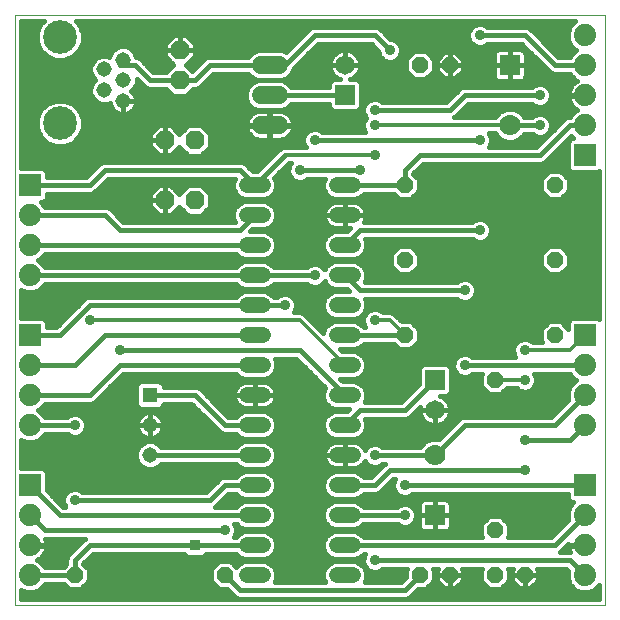
<source format=gbl>
G75*
G70*
%OFA0B0*%
%FSLAX24Y24*%
%IPPOS*%
%LPD*%
%AMOC8*
5,1,8,0,0,1.08239X$1,22.5*
%
%ADD10C,0.0000*%
%ADD11C,0.0520*%
%ADD12OC8,0.0520*%
%ADD13R,0.0740X0.0740*%
%ADD14C,0.0740*%
%ADD15R,0.0650X0.0650*%
%ADD16C,0.0650*%
%ADD17C,0.0515*%
%ADD18C,0.1122*%
%ADD19C,0.0600*%
%ADD20OC8,0.0630*%
%ADD21R,0.0515X0.0515*%
%ADD22R,0.0700X0.0700*%
%ADD23C,0.0700*%
%ADD24C,0.0160*%
%ADD25C,0.0356*%
%ADD26R,0.0356X0.0356*%
%ADD27C,0.0120*%
D10*
X000181Y000181D02*
X000181Y019866D01*
X019866Y019866D01*
X019866Y000181D01*
X000181Y000181D01*
D11*
X007921Y001181D02*
X008441Y001181D01*
X008441Y002181D02*
X007921Y002181D01*
X007921Y003181D02*
X008441Y003181D01*
X008441Y004181D02*
X007921Y004181D01*
X007921Y005181D02*
X008441Y005181D01*
X008441Y006181D02*
X007921Y006181D01*
X007921Y007181D02*
X008441Y007181D01*
X008441Y008181D02*
X007921Y008181D01*
X007921Y009181D02*
X008441Y009181D01*
X008441Y010181D02*
X007921Y010181D01*
X007921Y011181D02*
X008441Y011181D01*
X008441Y012181D02*
X007921Y012181D01*
X007921Y013181D02*
X008441Y013181D01*
X008441Y014181D02*
X007921Y014181D01*
X010921Y014181D02*
X011441Y014181D01*
X011441Y013181D02*
X010921Y013181D01*
X010921Y012181D02*
X011441Y012181D01*
X011441Y011181D02*
X010921Y011181D01*
X010921Y010181D02*
X011441Y010181D01*
X011441Y009181D02*
X010921Y009181D01*
X010921Y008181D02*
X011441Y008181D01*
X011441Y007181D02*
X010921Y007181D01*
X010921Y006181D02*
X011441Y006181D01*
X011441Y005181D02*
X010921Y005181D01*
X010921Y004181D02*
X011441Y004181D01*
X011441Y003181D02*
X010921Y003181D01*
X010921Y002181D02*
X011441Y002181D01*
X011441Y001181D02*
X010921Y001181D01*
D12*
X013681Y001181D03*
X014681Y001181D03*
X016181Y001181D03*
X017181Y001181D03*
X016181Y002681D03*
X016181Y007681D03*
X018181Y009181D03*
X018181Y011681D03*
X018181Y014181D03*
X014681Y018181D03*
X013681Y018181D03*
X013181Y014181D03*
X013181Y011681D03*
X013181Y009181D03*
X007181Y001181D03*
X002181Y001181D03*
D13*
X000681Y004181D03*
X000681Y009181D03*
X000681Y014181D03*
X019181Y015181D03*
X019181Y009181D03*
X019181Y004181D03*
D14*
X019181Y003181D03*
X019181Y002181D03*
X019181Y001181D03*
X019181Y006181D03*
X019181Y007181D03*
X019181Y008181D03*
X019181Y016181D03*
X019181Y017181D03*
X019181Y018181D03*
X019181Y019181D03*
X000681Y013181D03*
X000681Y012181D03*
X000681Y011181D03*
X000681Y008181D03*
X000681Y007181D03*
X000681Y006181D03*
X000681Y003181D03*
X000681Y002181D03*
X000681Y001181D03*
D15*
X014181Y007681D03*
X011181Y017181D03*
D16*
X011181Y018181D03*
X014181Y006681D03*
D17*
X004681Y006181D03*
X004681Y005181D03*
X003781Y016981D03*
X003781Y017681D03*
X003781Y018351D03*
X003161Y018041D03*
X003161Y017351D03*
D18*
X001681Y016244D03*
X001681Y019118D03*
D19*
X008381Y018181D02*
X008981Y018181D01*
X008981Y017181D02*
X008381Y017181D01*
X008381Y016181D02*
X008981Y016181D01*
D20*
X006181Y015681D03*
X005181Y015681D03*
X005181Y013681D03*
X006181Y013681D03*
X005681Y017681D03*
X005681Y018681D03*
D21*
X004681Y007181D03*
D22*
X014181Y003181D03*
X016681Y018181D03*
D23*
X016681Y016181D03*
X014181Y005181D03*
D24*
X012181Y005181D01*
X011890Y004938D02*
X011808Y004938D01*
X011818Y004951D02*
X011845Y005005D01*
X011861Y004967D01*
X011967Y004861D01*
X012106Y004803D01*
X012257Y004803D01*
X012396Y004861D01*
X012436Y004901D01*
X012506Y004901D01*
X012444Y004840D01*
X012065Y004461D01*
X011812Y004461D01*
X011702Y004571D01*
X011533Y004641D01*
X010830Y004641D01*
X010661Y004571D01*
X010531Y004442D01*
X010461Y004273D01*
X010461Y004090D01*
X010531Y003921D01*
X010661Y003791D01*
X010830Y003721D01*
X011533Y003721D01*
X011702Y003791D01*
X011812Y003901D01*
X012126Y003901D01*
X012237Y003901D01*
X012340Y003944D01*
X012797Y004401D01*
X012867Y004401D01*
X012861Y004396D01*
X012803Y004257D01*
X012803Y004106D01*
X012861Y003967D01*
X012967Y003861D01*
X013106Y003803D01*
X013257Y003803D01*
X013396Y003861D01*
X013436Y003901D01*
X018611Y003901D01*
X018611Y003729D01*
X018729Y003611D01*
X018805Y003611D01*
X018698Y003504D01*
X018611Y003295D01*
X018611Y003068D01*
X018629Y003025D01*
X018065Y002461D01*
X016612Y002461D01*
X016641Y002491D01*
X016641Y002872D01*
X016372Y003141D01*
X015991Y003141D01*
X015721Y002872D01*
X015721Y002491D01*
X015751Y002461D01*
X011812Y002461D01*
X011702Y002571D01*
X011533Y002641D01*
X010830Y002641D01*
X010661Y002571D01*
X010531Y002442D01*
X010461Y002273D01*
X010461Y002090D01*
X010531Y001921D01*
X010661Y001791D01*
X010830Y001721D01*
X011533Y001721D01*
X011702Y001791D01*
X011812Y001901D01*
X011867Y001901D01*
X011861Y001896D01*
X011803Y001757D01*
X011803Y001606D01*
X011861Y001467D01*
X011967Y001361D01*
X012106Y001303D01*
X012257Y001303D01*
X012396Y001361D01*
X012436Y001401D01*
X013251Y001401D01*
X013221Y001372D01*
X013221Y001117D01*
X013065Y000961D01*
X011848Y000961D01*
X011901Y001090D01*
X011901Y001273D01*
X011831Y001442D01*
X011702Y001571D01*
X011533Y001641D01*
X010830Y001641D01*
X010661Y001571D01*
X010531Y001442D01*
X010461Y001273D01*
X010461Y001090D01*
X010515Y000961D01*
X008848Y000961D01*
X008901Y001090D01*
X008901Y001273D01*
X008831Y001442D01*
X008702Y001571D01*
X008533Y001641D01*
X007830Y001641D01*
X007661Y001571D01*
X007551Y001462D01*
X007372Y001641D01*
X006991Y001641D01*
X006721Y001372D01*
X006721Y000991D01*
X006991Y000721D01*
X007245Y000721D01*
X007444Y000523D01*
X007523Y000444D01*
X007626Y000401D01*
X013126Y000401D01*
X013237Y000401D01*
X013340Y000444D01*
X013617Y000721D01*
X013872Y000721D01*
X014141Y000991D01*
X014141Y001372D01*
X014112Y001401D01*
X014279Y001401D01*
X014241Y001364D01*
X014241Y001182D01*
X014681Y001182D01*
X014681Y001181D01*
X014682Y001181D01*
X014682Y001182D01*
X015121Y001182D01*
X015121Y001364D01*
X015084Y001401D01*
X015751Y001401D01*
X015721Y001372D01*
X015721Y000991D01*
X015991Y000721D01*
X016372Y000721D01*
X016641Y000991D01*
X016641Y001372D01*
X016612Y001401D01*
X016779Y001401D01*
X016741Y001364D01*
X016741Y001182D01*
X017181Y001182D01*
X017181Y001181D01*
X017182Y001181D01*
X017182Y001182D01*
X017621Y001182D01*
X017621Y001364D01*
X017584Y001401D01*
X018565Y001401D01*
X018629Y001338D01*
X018611Y001295D01*
X018611Y001068D01*
X018698Y000859D01*
X018859Y000698D01*
X019068Y000611D01*
X019295Y000611D01*
X019504Y000698D01*
X019665Y000859D01*
X019666Y000863D01*
X019666Y000381D01*
X000381Y000381D01*
X000381Y000689D01*
X000568Y000611D01*
X000795Y000611D01*
X001004Y000698D01*
X001165Y000859D01*
X001182Y000901D01*
X001811Y000901D01*
X001991Y000721D01*
X002372Y000721D01*
X002641Y000991D01*
X002641Y001372D01*
X002461Y001552D01*
X002461Y001565D01*
X002797Y001901D01*
X005822Y001901D01*
X005920Y001803D01*
X006442Y001803D01*
X006540Y001901D01*
X007551Y001901D01*
X007661Y001791D01*
X007830Y001721D01*
X008533Y001721D01*
X008702Y001791D01*
X008831Y001921D01*
X008901Y002090D01*
X008901Y002273D01*
X008831Y002442D01*
X008702Y002571D01*
X008533Y002641D01*
X007830Y002641D01*
X007661Y002571D01*
X007551Y002461D01*
X007496Y002461D01*
X007502Y002467D01*
X007559Y002606D01*
X007559Y002757D01*
X007502Y002896D01*
X007496Y002901D01*
X007551Y002901D01*
X007661Y002791D01*
X007830Y002721D01*
X008533Y002721D01*
X008702Y002791D01*
X008831Y002921D01*
X008901Y003090D01*
X008901Y003273D01*
X008831Y003442D01*
X008702Y003571D01*
X008533Y003641D01*
X007830Y003641D01*
X007661Y003571D01*
X007551Y003461D01*
X006857Y003461D01*
X007297Y003901D01*
X007551Y003901D01*
X007661Y003791D01*
X007830Y003721D01*
X008533Y003721D01*
X008702Y003791D01*
X008831Y003921D01*
X008901Y004090D01*
X008901Y004273D01*
X008831Y004442D01*
X008702Y004571D01*
X008533Y004641D01*
X007830Y004641D01*
X007661Y004571D01*
X007551Y004461D01*
X007126Y004461D01*
X007023Y004419D01*
X006944Y004340D01*
X006565Y003961D01*
X002436Y003961D01*
X002396Y004002D01*
X002257Y004059D01*
X002106Y004059D01*
X001967Y004002D01*
X001861Y003896D01*
X001803Y003757D01*
X001803Y003606D01*
X001861Y003467D01*
X001867Y003461D01*
X001797Y003461D01*
X001251Y004007D01*
X001251Y004634D01*
X001134Y004751D01*
X000381Y004751D01*
X000381Y005689D01*
X000568Y005611D01*
X000795Y005611D01*
X001004Y005698D01*
X001165Y005859D01*
X001182Y005901D01*
X001927Y005901D01*
X001967Y005861D01*
X002106Y005803D01*
X002257Y005803D01*
X002396Y005861D01*
X002502Y005967D01*
X002559Y006106D01*
X002559Y006257D01*
X002502Y006396D01*
X002396Y006502D01*
X002257Y006559D01*
X002106Y006559D01*
X001967Y006502D01*
X001927Y006461D01*
X001182Y006461D01*
X001165Y006504D01*
X001004Y006665D01*
X000964Y006681D01*
X001004Y006698D01*
X001165Y006859D01*
X001182Y006901D01*
X002626Y006901D01*
X002737Y006901D01*
X002840Y006944D01*
X003797Y007901D01*
X007551Y007901D01*
X007661Y007791D01*
X007830Y007721D01*
X008533Y007721D01*
X008702Y007791D01*
X008831Y007921D01*
X008901Y008090D01*
X008901Y008273D01*
X008848Y008401D01*
X009565Y008401D01*
X010530Y007437D01*
X010461Y007273D01*
X010461Y007090D01*
X010531Y006921D01*
X010661Y006791D01*
X010830Y006721D01*
X011326Y006721D01*
X011245Y006641D01*
X010830Y006641D01*
X010661Y006571D01*
X010531Y006442D01*
X010461Y006273D01*
X010461Y006090D01*
X010531Y005921D01*
X010661Y005791D01*
X010830Y005721D01*
X011533Y005721D01*
X011702Y005791D01*
X011831Y005921D01*
X011901Y006090D01*
X011901Y006273D01*
X011848Y006401D01*
X013126Y006401D01*
X013237Y006401D01*
X013340Y006444D01*
X013688Y006792D01*
X013676Y006721D01*
X013676Y006682D01*
X013578Y006682D01*
X013676Y006681D02*
X013676Y006642D01*
X013689Y006563D01*
X013713Y006488D01*
X013749Y006417D01*
X013796Y006352D01*
X013852Y006296D01*
X013917Y006249D01*
X013988Y006213D01*
X014063Y006189D01*
X014142Y006176D01*
X014181Y006176D01*
X014181Y006681D01*
X014182Y006681D01*
X014182Y006682D01*
X014686Y006682D01*
X018286Y006682D01*
X018444Y006840D02*
X014661Y006840D01*
X014649Y006875D02*
X014613Y006946D01*
X014567Y007010D01*
X014510Y007067D01*
X014446Y007113D01*
X014375Y007149D01*
X014353Y007156D01*
X014589Y007156D01*
X014706Y007274D01*
X014706Y008089D01*
X014589Y008206D01*
X013774Y008206D01*
X013656Y008089D01*
X013656Y007552D01*
X013065Y006961D01*
X011848Y006961D01*
X011901Y007090D01*
X011901Y007273D01*
X011831Y007442D01*
X011702Y007571D01*
X011533Y007641D01*
X011117Y007641D01*
X011037Y007721D01*
X011533Y007721D01*
X011702Y007791D01*
X011831Y007921D01*
X011901Y008090D01*
X011901Y008273D01*
X011831Y008442D01*
X011702Y008571D01*
X011533Y008641D01*
X011089Y008641D01*
X011009Y008721D01*
X011533Y008721D01*
X011702Y008791D01*
X011812Y008901D01*
X012811Y008901D01*
X012991Y008721D01*
X013372Y008721D01*
X013641Y008991D01*
X013641Y009372D01*
X013372Y009641D01*
X013089Y009641D01*
X012829Y009902D01*
X012733Y009941D01*
X012630Y009941D01*
X012456Y009941D01*
X012396Y010002D01*
X012257Y010059D01*
X012106Y010059D01*
X011967Y010002D01*
X011861Y009896D01*
X011803Y009757D01*
X011803Y009606D01*
X011861Y009467D01*
X011867Y009461D01*
X011812Y009461D01*
X011702Y009571D01*
X011533Y009641D01*
X010830Y009641D01*
X010661Y009571D01*
X010531Y009442D01*
X010461Y009273D01*
X010461Y009269D01*
X009829Y009902D01*
X009733Y009941D01*
X009630Y009941D01*
X009476Y009941D01*
X009502Y009967D01*
X009559Y010106D01*
X009559Y010257D01*
X009502Y010396D01*
X009396Y010502D01*
X009257Y010559D01*
X009106Y010559D01*
X008967Y010502D01*
X008927Y010461D01*
X008812Y010461D01*
X008702Y010571D01*
X008533Y010641D01*
X007830Y010641D01*
X007661Y010571D01*
X007551Y010461D01*
X002626Y010461D01*
X002523Y010419D01*
X002444Y010340D01*
X001565Y009461D01*
X001251Y009461D01*
X001251Y009634D01*
X001134Y009751D01*
X000381Y009751D01*
X000381Y010689D01*
X000568Y010611D01*
X000795Y010611D01*
X001004Y010698D01*
X001165Y010859D01*
X001182Y010901D01*
X007551Y010901D01*
X007661Y010791D01*
X007830Y010721D01*
X008533Y010721D01*
X008702Y010791D01*
X008812Y010901D01*
X009927Y010901D01*
X009967Y010861D01*
X010106Y010803D01*
X010257Y010803D01*
X010396Y010861D01*
X010502Y010967D01*
X010507Y010980D01*
X010531Y010921D01*
X010661Y010791D01*
X010830Y010721D01*
X011245Y010721D01*
X011326Y010641D01*
X010830Y010641D01*
X010661Y010571D01*
X010531Y010442D01*
X010461Y010273D01*
X010461Y010090D01*
X010531Y009921D01*
X010661Y009791D01*
X010830Y009721D01*
X011533Y009721D01*
X011702Y009791D01*
X011831Y009921D01*
X011901Y010090D01*
X011901Y010273D01*
X011848Y010401D01*
X014927Y010401D01*
X014967Y010361D01*
X015106Y010303D01*
X015257Y010303D01*
X015396Y010361D01*
X015502Y010467D01*
X015559Y010606D01*
X015559Y010757D01*
X015502Y010896D01*
X015396Y011002D01*
X015257Y011059D01*
X015106Y011059D01*
X014967Y011002D01*
X014927Y010961D01*
X011848Y010961D01*
X011901Y011090D01*
X011901Y011273D01*
X011831Y011442D01*
X011702Y011571D01*
X011533Y011641D01*
X010830Y011641D01*
X010661Y011571D01*
X010531Y011442D01*
X010507Y011383D01*
X010502Y011396D01*
X010396Y011502D01*
X010257Y011559D01*
X010106Y011559D01*
X009967Y011502D01*
X009927Y011461D01*
X008812Y011461D01*
X008702Y011571D01*
X008533Y011641D01*
X007830Y011641D01*
X007661Y011571D01*
X007551Y011461D01*
X001182Y011461D01*
X001165Y011504D01*
X001004Y011665D01*
X000964Y011681D01*
X001004Y011698D01*
X001165Y011859D01*
X001182Y011901D01*
X007551Y011901D01*
X007661Y011791D01*
X007830Y011721D01*
X008533Y011721D01*
X008702Y011791D01*
X008831Y011921D01*
X008901Y012090D01*
X008901Y012273D01*
X008831Y012442D01*
X008702Y012571D01*
X008533Y012641D01*
X008037Y012641D01*
X008117Y012721D01*
X008533Y012721D01*
X008702Y012791D01*
X008831Y012921D01*
X008901Y013090D01*
X008901Y013273D01*
X008831Y013442D01*
X008702Y013571D01*
X008533Y013641D01*
X007830Y013641D01*
X007661Y013571D01*
X007531Y013442D01*
X007461Y013273D01*
X007461Y013090D01*
X007515Y012961D01*
X003797Y012961D01*
X003340Y013419D01*
X003237Y013461D01*
X003126Y013461D01*
X001182Y013461D01*
X001165Y013504D01*
X001057Y013611D01*
X001134Y013611D01*
X001251Y013729D01*
X001251Y013901D01*
X002737Y013901D01*
X002840Y013944D01*
X002919Y014023D01*
X003297Y014401D01*
X007515Y014401D01*
X007461Y014273D01*
X007461Y014090D01*
X007531Y013921D01*
X007661Y013791D01*
X007830Y013721D01*
X008533Y013721D01*
X008702Y013791D01*
X008831Y013921D01*
X008901Y014090D01*
X008901Y014273D01*
X008833Y014437D01*
X009317Y014921D01*
X009387Y014921D01*
X009361Y014896D01*
X009303Y014757D01*
X009303Y014606D01*
X009361Y014467D01*
X009467Y014361D01*
X009606Y014303D01*
X009757Y014303D01*
X009896Y014361D01*
X009936Y014401D01*
X010515Y014401D01*
X010461Y014273D01*
X010461Y014090D01*
X010531Y013921D01*
X010661Y013791D01*
X010830Y013721D01*
X011533Y013721D01*
X011702Y013791D01*
X011812Y013901D01*
X012811Y013901D01*
X012991Y013721D01*
X013372Y013721D01*
X013641Y013991D01*
X013641Y014372D01*
X013461Y014552D01*
X013461Y014565D01*
X013797Y014901D01*
X017737Y014901D01*
X017840Y014944D01*
X017919Y015023D01*
X018726Y015830D01*
X018805Y015751D01*
X018729Y015751D01*
X018611Y015634D01*
X018611Y014729D01*
X018729Y014611D01*
X019634Y014611D01*
X019666Y014644D01*
X019666Y009719D01*
X019634Y009751D01*
X018729Y009751D01*
X018611Y009634D01*
X018611Y009402D01*
X018372Y009641D01*
X017991Y009641D01*
X017721Y009372D01*
X017721Y008991D01*
X017771Y008941D01*
X017456Y008941D01*
X017396Y009002D01*
X017257Y009059D01*
X017106Y009059D01*
X016967Y009002D01*
X016861Y008896D01*
X016803Y008757D01*
X016803Y008606D01*
X016861Y008467D01*
X016867Y008461D01*
X015436Y008461D01*
X015396Y008502D01*
X015257Y008559D01*
X015106Y008559D01*
X014967Y008502D01*
X014861Y008396D01*
X014803Y008257D01*
X014803Y008106D01*
X014861Y007967D01*
X014967Y007861D01*
X015106Y007803D01*
X015257Y007803D01*
X015396Y007861D01*
X015436Y007901D01*
X015751Y007901D01*
X015721Y007872D01*
X015721Y007491D01*
X015991Y007221D01*
X016372Y007221D01*
X016572Y007421D01*
X016907Y007421D01*
X016967Y007361D01*
X017106Y007303D01*
X017257Y007303D01*
X017396Y007361D01*
X017502Y007467D01*
X017559Y007606D01*
X017559Y007757D01*
X017502Y007896D01*
X017496Y007901D01*
X018680Y007901D01*
X018698Y007859D01*
X018859Y007698D01*
X018899Y007681D01*
X018859Y007665D01*
X018698Y007504D01*
X018611Y007295D01*
X018611Y007068D01*
X018629Y007025D01*
X018065Y006461D01*
X015126Y006461D01*
X015023Y006419D01*
X014944Y006340D01*
X014322Y005718D01*
X014291Y005731D01*
X014072Y005731D01*
X013870Y005648D01*
X013715Y005493D01*
X013702Y005461D01*
X012436Y005461D01*
X012396Y005502D01*
X012257Y005559D01*
X012106Y005559D01*
X011967Y005502D01*
X011861Y005396D01*
X011845Y005358D01*
X011818Y005412D01*
X011777Y005468D01*
X011728Y005517D01*
X011672Y005558D01*
X011610Y005589D01*
X011544Y005611D01*
X011476Y005621D01*
X011182Y005621D01*
X011182Y005182D01*
X011181Y005182D01*
X011181Y005621D01*
X010887Y005621D01*
X010818Y005611D01*
X010752Y005589D01*
X010691Y005558D01*
X010635Y005517D01*
X010586Y005468D01*
X010545Y005412D01*
X010514Y005350D01*
X010492Y005284D01*
X010481Y005216D01*
X010481Y005182D01*
X011181Y005182D01*
X011181Y005181D01*
X011182Y005181D01*
X011182Y004741D01*
X011476Y004741D01*
X011544Y004752D01*
X011610Y004774D01*
X011672Y004805D01*
X011728Y004846D01*
X011777Y004895D01*
X011818Y004951D01*
X011621Y004779D02*
X012383Y004779D01*
X012225Y004621D02*
X011583Y004621D01*
X011811Y004462D02*
X012066Y004462D01*
X012181Y004181D02*
X012681Y004681D01*
X017181Y004681D01*
X017181Y005681D02*
X018681Y005681D01*
X019181Y006181D01*
X018181Y006181D02*
X019181Y007181D01*
X018611Y007157D02*
X014590Y007157D01*
X014575Y006999D02*
X018603Y006999D01*
X018620Y007316D02*
X017287Y007316D01*
X017076Y007316D02*
X016466Y007316D01*
X015896Y007316D02*
X014706Y007316D01*
X014706Y007474D02*
X015738Y007474D01*
X015721Y007633D02*
X014706Y007633D01*
X014706Y007791D02*
X015721Y007791D01*
X015181Y008181D02*
X019181Y008181D01*
X018827Y007633D02*
X017559Y007633D01*
X017545Y007791D02*
X018765Y007791D01*
X018686Y007474D02*
X017505Y007474D01*
X018127Y006523D02*
X014661Y006523D01*
X014649Y006488D02*
X014674Y006563D01*
X014686Y006642D01*
X014686Y006681D01*
X014182Y006681D01*
X014182Y006176D01*
X014221Y006176D01*
X014300Y006189D01*
X014375Y006213D01*
X014446Y006249D01*
X014510Y006296D01*
X014567Y006352D01*
X014613Y006417D01*
X014649Y006488D01*
X014575Y006365D02*
X014969Y006365D01*
X014810Y006206D02*
X014353Y006206D01*
X014182Y006206D02*
X014181Y006206D01*
X014181Y006365D02*
X014182Y006365D01*
X014181Y006523D02*
X014182Y006523D01*
X014181Y006681D02*
X013676Y006681D01*
X013676Y006682D02*
X014181Y006682D01*
X014181Y006681D01*
X014010Y006206D02*
X011901Y006206D01*
X011884Y006048D02*
X014652Y006048D01*
X014493Y005889D02*
X011799Y005889D01*
X011555Y005730D02*
X014070Y005730D01*
X014293Y005730D02*
X014334Y005730D01*
X013794Y005572D02*
X011644Y005572D01*
X011817Y005413D02*
X011879Y005413D01*
X011182Y005413D02*
X011181Y005413D01*
X011181Y005255D02*
X011182Y005255D01*
X011181Y005181D02*
X010481Y005181D01*
X010481Y005147D01*
X010492Y005078D01*
X010514Y005012D01*
X010545Y004951D01*
X010586Y004895D01*
X010635Y004846D01*
X010691Y004805D01*
X010752Y004774D01*
X010818Y004752D01*
X010887Y004741D01*
X011181Y004741D01*
X011181Y005181D01*
X011181Y005096D02*
X011182Y005096D01*
X011181Y004938D02*
X011182Y004938D01*
X011181Y004779D02*
X011182Y004779D01*
X010780Y004621D02*
X008583Y004621D01*
X008533Y004721D02*
X008702Y004791D01*
X008831Y004921D01*
X008901Y005090D01*
X008901Y005273D01*
X008831Y005442D01*
X008702Y005571D01*
X008533Y005641D01*
X007830Y005641D01*
X007661Y005571D01*
X007551Y005461D01*
X005048Y005461D01*
X004941Y005569D01*
X004772Y005639D01*
X004590Y005639D01*
X004422Y005569D01*
X004294Y005441D01*
X004224Y005272D01*
X004224Y005090D01*
X004294Y004922D01*
X004422Y004794D01*
X004590Y004724D01*
X004772Y004724D01*
X004941Y004794D01*
X005048Y004901D01*
X007551Y004901D01*
X007661Y004791D01*
X007830Y004721D01*
X008533Y004721D01*
X008672Y004779D02*
X010742Y004779D01*
X010555Y004938D02*
X008838Y004938D01*
X008901Y005096D02*
X010489Y005096D01*
X010488Y005255D02*
X008901Y005255D01*
X008843Y005413D02*
X010546Y005413D01*
X010719Y005572D02*
X008701Y005572D01*
X008555Y005730D02*
X010808Y005730D01*
X011181Y005572D02*
X011182Y005572D01*
X011181Y006181D02*
X011681Y006681D01*
X013181Y006681D01*
X014181Y007681D01*
X014706Y007950D02*
X014878Y007950D01*
X014803Y008109D02*
X014687Y008109D01*
X014808Y008267D02*
X011901Y008267D01*
X011901Y008109D02*
X013676Y008109D01*
X013656Y007950D02*
X011843Y007950D01*
X011702Y007791D02*
X013656Y007791D01*
X013656Y007633D02*
X011553Y007633D01*
X011799Y007474D02*
X013578Y007474D01*
X013420Y007316D02*
X011884Y007316D01*
X011901Y007157D02*
X013261Y007157D01*
X013103Y006999D02*
X011864Y006999D01*
X011286Y006682D02*
X007077Y006682D01*
X006919Y006840D02*
X007642Y006840D01*
X007635Y006846D02*
X007691Y006805D01*
X007752Y006774D01*
X007818Y006752D01*
X007887Y006741D01*
X008181Y006741D01*
X008181Y007181D01*
X008182Y007181D01*
X008182Y007182D01*
X008181Y007182D01*
X008181Y007621D01*
X007887Y007621D01*
X007818Y007611D01*
X007752Y007589D01*
X007691Y007558D01*
X007635Y007517D01*
X007586Y007468D01*
X007545Y007412D01*
X007514Y007350D01*
X007492Y007284D01*
X007481Y007216D01*
X007481Y007182D01*
X008181Y007182D01*
X008181Y007181D01*
X007481Y007181D01*
X007481Y007147D01*
X007492Y007078D01*
X007514Y007012D01*
X007545Y006951D01*
X007586Y006895D01*
X007635Y006846D01*
X007521Y006999D02*
X006760Y006999D01*
X006601Y007157D02*
X007481Y007157D01*
X007502Y007316D02*
X006443Y007316D01*
X006340Y007419D02*
X006237Y007461D01*
X006126Y007461D01*
X005139Y007461D01*
X005139Y007522D01*
X005022Y007639D01*
X004341Y007639D01*
X004224Y007522D01*
X004224Y006841D01*
X004341Y006724D01*
X005022Y006724D01*
X005139Y006841D01*
X005139Y006901D01*
X006065Y006901D01*
X006944Y006023D01*
X007023Y005944D01*
X007126Y005901D01*
X007551Y005901D01*
X007661Y005791D01*
X007830Y005721D01*
X008533Y005721D01*
X008702Y005791D01*
X008831Y005921D01*
X008901Y006090D01*
X008901Y006273D01*
X008831Y006442D01*
X008702Y006571D01*
X008533Y006641D01*
X007830Y006641D01*
X007661Y006571D01*
X007551Y006461D01*
X007297Y006461D01*
X006340Y007419D01*
X006181Y007181D02*
X007181Y006181D01*
X008181Y006181D01*
X007808Y005730D02*
X001037Y005730D01*
X001177Y005889D02*
X001939Y005889D01*
X002181Y006181D02*
X000681Y006181D01*
X001146Y006523D02*
X002018Y006523D01*
X002344Y006523D02*
X004408Y006523D01*
X004396Y006515D02*
X004348Y006466D01*
X004307Y006411D01*
X004276Y006349D01*
X004255Y006284D01*
X004244Y006216D01*
X004244Y006182D01*
X004681Y006182D01*
X004681Y006619D01*
X004647Y006619D01*
X004579Y006608D01*
X004513Y006587D01*
X004452Y006556D01*
X004396Y006515D01*
X004284Y006365D02*
X002515Y006365D01*
X002559Y006206D02*
X004244Y006206D01*
X004244Y006181D02*
X004244Y006147D01*
X004255Y006079D01*
X004276Y006013D01*
X004307Y005952D01*
X004348Y005896D01*
X004396Y005848D01*
X004452Y005807D01*
X004513Y005776D01*
X004579Y005755D01*
X004647Y005744D01*
X004681Y005744D01*
X004681Y006181D01*
X004244Y006181D01*
X004265Y006048D02*
X002535Y006048D01*
X002424Y005889D02*
X004355Y005889D01*
X004429Y005572D02*
X000381Y005572D01*
X000381Y005413D02*
X004282Y005413D01*
X004224Y005255D02*
X000381Y005255D01*
X000381Y005096D02*
X004224Y005096D01*
X004287Y004938D02*
X000381Y004938D01*
X000381Y004779D02*
X004457Y004779D01*
X004906Y004779D02*
X007690Y004779D01*
X007780Y004621D02*
X001251Y004621D01*
X001251Y004462D02*
X007552Y004462D01*
X007181Y004181D02*
X008181Y004181D01*
X007624Y003828D02*
X007224Y003828D01*
X007065Y003669D02*
X013715Y003669D01*
X013721Y003675D02*
X013687Y003642D01*
X013664Y003601D01*
X013651Y003555D01*
X013651Y003182D01*
X014181Y003182D01*
X014181Y003711D01*
X013808Y003711D01*
X013762Y003699D01*
X013721Y003675D01*
X013651Y003511D02*
X013374Y003511D01*
X013396Y003502D02*
X013257Y003559D01*
X013106Y003559D01*
X012967Y003502D01*
X012927Y003461D01*
X011812Y003461D01*
X011702Y003571D01*
X011533Y003641D01*
X010830Y003641D01*
X010661Y003571D01*
X010531Y003442D01*
X010461Y003273D01*
X010461Y003090D01*
X010531Y002921D01*
X010661Y002791D01*
X010830Y002721D01*
X011533Y002721D01*
X011702Y002791D01*
X011812Y002901D01*
X012927Y002901D01*
X012967Y002861D01*
X013106Y002803D01*
X013257Y002803D01*
X013396Y002861D01*
X013502Y002967D01*
X013559Y003106D01*
X013559Y003257D01*
X013502Y003396D01*
X013396Y003502D01*
X013520Y003352D02*
X013651Y003352D01*
X013651Y003194D02*
X013559Y003194D01*
X013651Y003181D02*
X013651Y002808D01*
X013664Y002762D01*
X013687Y002721D01*
X013721Y002687D01*
X013762Y002664D01*
X013808Y002651D01*
X014181Y002651D01*
X014181Y003181D01*
X014182Y003181D01*
X014182Y003182D01*
X014181Y003182D01*
X014181Y003181D01*
X013651Y003181D01*
X013651Y003035D02*
X013530Y003035D01*
X013411Y002877D02*
X013651Y002877D01*
X013690Y002718D02*
X007559Y002718D01*
X007540Y002560D02*
X007649Y002560D01*
X007576Y002877D02*
X007510Y002877D01*
X007181Y002681D02*
X001181Y002681D01*
X000681Y003181D01*
X001187Y002401D02*
X002506Y002401D01*
X002444Y002340D01*
X001944Y001840D01*
X001901Y001737D01*
X001901Y001626D01*
X001901Y001552D01*
X001811Y001461D01*
X001182Y001461D01*
X001165Y001504D01*
X001004Y001665D01*
X000935Y001693D01*
X000970Y001711D01*
X001040Y001762D01*
X001101Y001823D01*
X001152Y001893D01*
X001191Y001970D01*
X001218Y002053D01*
X001231Y002138D01*
X001231Y002161D01*
X000702Y002161D01*
X000702Y002201D01*
X001231Y002201D01*
X001231Y002225D01*
X001218Y002310D01*
X001191Y002393D01*
X001187Y002401D01*
X002505Y002401D01*
X002347Y002242D02*
X001229Y002242D01*
X001223Y002084D02*
X002188Y002084D01*
X002029Y001925D02*
X001168Y001925D01*
X001045Y001767D02*
X001914Y001767D01*
X001901Y001608D02*
X001061Y001608D01*
X000681Y002181D02*
X001681Y002181D01*
X002181Y001681D02*
X002681Y002181D01*
X006181Y002181D01*
X008181Y002181D01*
X007720Y001767D02*
X002663Y001767D01*
X002504Y001608D02*
X006958Y001608D01*
X006799Y001450D02*
X002564Y001450D01*
X002641Y001291D02*
X006721Y001291D01*
X006721Y001133D02*
X002641Y001133D01*
X002625Y000974D02*
X006738Y000974D01*
X006897Y000816D02*
X002466Y000816D01*
X002181Y001181D02*
X002181Y001681D01*
X002181Y001181D02*
X000681Y001181D01*
X000458Y000657D02*
X000381Y000657D01*
X000381Y000499D02*
X007468Y000499D01*
X007310Y000657D02*
X000905Y000657D01*
X001122Y000816D02*
X001897Y000816D01*
X001681Y003181D02*
X008181Y003181D01*
X007600Y003511D02*
X006907Y003511D01*
X006681Y003681D02*
X007181Y004181D01*
X006908Y004304D02*
X001251Y004304D01*
X001251Y004145D02*
X006749Y004145D01*
X006591Y003986D02*
X002411Y003986D01*
X002181Y003681D02*
X006681Y003681D01*
X008181Y005181D02*
X004681Y005181D01*
X004934Y005572D02*
X007662Y005572D01*
X007563Y005889D02*
X005008Y005889D01*
X005015Y005896D02*
X005056Y005952D01*
X005087Y006013D01*
X005108Y006079D01*
X005119Y006147D01*
X005119Y006181D01*
X004682Y006181D01*
X004682Y006182D01*
X004681Y006182D01*
X004681Y006181D01*
X004682Y006181D01*
X004682Y005744D01*
X004716Y005744D01*
X004784Y005755D01*
X004849Y005776D01*
X004911Y005807D01*
X004966Y005848D01*
X005015Y005896D01*
X005098Y006048D02*
X006919Y006048D01*
X006761Y006206D02*
X005119Y006206D01*
X005119Y006216D02*
X005108Y006284D01*
X005087Y006349D01*
X005056Y006411D01*
X005015Y006466D01*
X004966Y006515D01*
X004911Y006556D01*
X004849Y006587D01*
X004784Y006608D01*
X004716Y006619D01*
X004682Y006619D01*
X004682Y006182D01*
X005119Y006182D01*
X005119Y006216D01*
X005079Y006365D02*
X006602Y006365D01*
X006444Y006523D02*
X004955Y006523D01*
X004682Y006523D02*
X004681Y006523D01*
X004681Y006365D02*
X004682Y006365D01*
X004681Y006206D02*
X004682Y006206D01*
X004681Y006048D02*
X004682Y006048D01*
X004681Y005889D02*
X004682Y005889D01*
X005138Y006840D02*
X006127Y006840D01*
X006285Y006682D02*
X000964Y006682D01*
X001146Y006840D02*
X004225Y006840D01*
X004224Y006999D02*
X002895Y006999D01*
X003053Y007157D02*
X004224Y007157D01*
X004224Y007316D02*
X003212Y007316D01*
X003370Y007474D02*
X004224Y007474D01*
X004335Y007633D02*
X003529Y007633D01*
X003687Y007791D02*
X007661Y007791D01*
X007592Y007474D02*
X005139Y007474D01*
X005028Y007633D02*
X010334Y007633D01*
X010492Y007474D02*
X008771Y007474D01*
X008777Y007468D02*
X008728Y007517D01*
X008672Y007558D01*
X008610Y007589D01*
X008544Y007611D01*
X008476Y007621D01*
X008182Y007621D01*
X008182Y007182D01*
X008881Y007182D01*
X008881Y007216D01*
X008871Y007284D01*
X008849Y007350D01*
X008818Y007412D01*
X008777Y007468D01*
X008860Y007316D02*
X010479Y007316D01*
X010461Y007157D02*
X008881Y007157D01*
X008881Y007147D02*
X008871Y007078D01*
X008849Y007012D01*
X008818Y006951D01*
X008777Y006895D01*
X008728Y006846D01*
X008672Y006805D01*
X008610Y006774D01*
X008544Y006752D01*
X008476Y006741D01*
X008182Y006741D01*
X008182Y007181D01*
X008881Y007181D01*
X008881Y007147D01*
X008842Y006999D02*
X010499Y006999D01*
X010612Y006840D02*
X008720Y006840D01*
X008750Y006523D02*
X010613Y006523D01*
X010499Y006365D02*
X008863Y006365D01*
X008901Y006206D02*
X010461Y006206D01*
X010479Y006048D02*
X008884Y006048D01*
X008799Y005889D02*
X010563Y005889D01*
X011181Y007181D02*
X009681Y008681D01*
X003681Y008681D01*
X003681Y008181D02*
X008181Y008181D01*
X008702Y007791D02*
X010175Y007791D01*
X010017Y007950D02*
X008843Y007950D01*
X008901Y008109D02*
X009858Y008109D01*
X009700Y008267D02*
X008901Y008267D01*
X008182Y007474D02*
X008181Y007474D01*
X008181Y007316D02*
X008182Y007316D01*
X008181Y007157D02*
X008182Y007157D01*
X008181Y006999D02*
X008182Y006999D01*
X008181Y006840D02*
X008182Y006840D01*
X007613Y006523D02*
X007236Y006523D01*
X006181Y007181D02*
X004681Y007181D01*
X003681Y008181D02*
X002681Y007181D01*
X000681Y007181D01*
X000681Y008181D02*
X002181Y008181D01*
X003181Y009181D01*
X008181Y009181D01*
X008181Y010181D02*
X009181Y010181D01*
X009559Y010170D02*
X010461Y010170D01*
X010484Y010328D02*
X009530Y010328D01*
X009411Y010487D02*
X010576Y010487D01*
X010648Y010804D02*
X010258Y010804D01*
X010105Y010804D02*
X008714Y010804D01*
X008787Y010487D02*
X008952Y010487D01*
X009520Y010011D02*
X010494Y010011D01*
X010600Y009853D02*
X009878Y009853D01*
X010036Y009694D02*
X011803Y009694D01*
X011833Y009535D02*
X011738Y009535D01*
X011763Y009853D02*
X011843Y009853D01*
X011869Y010011D02*
X011989Y010011D01*
X011901Y010170D02*
X019666Y010170D01*
X019666Y010328D02*
X015317Y010328D01*
X015510Y010487D02*
X019666Y010487D01*
X019666Y010645D02*
X015559Y010645D01*
X015540Y010804D02*
X019666Y010804D01*
X019666Y010962D02*
X015435Y010962D01*
X015181Y010681D02*
X011681Y010681D01*
X011181Y011181D01*
X011322Y010645D02*
X000877Y010645D01*
X001110Y010804D02*
X007648Y010804D01*
X007576Y010487D02*
X000381Y010487D01*
X000381Y010645D02*
X000486Y010645D01*
X000381Y010328D02*
X002432Y010328D01*
X002274Y010170D02*
X000381Y010170D01*
X000381Y010011D02*
X002115Y010011D01*
X001957Y009853D02*
X000381Y009853D01*
X000681Y009181D02*
X001681Y009181D01*
X002681Y010181D01*
X008181Y010181D01*
X008181Y011181D02*
X010181Y011181D01*
X010460Y011438D02*
X010530Y011438D01*
X010722Y011597D02*
X008641Y011597D01*
X008614Y011755D02*
X010749Y011755D01*
X010830Y011721D02*
X010661Y011791D01*
X010531Y011921D01*
X010461Y012090D01*
X010461Y012273D01*
X010531Y012442D01*
X010661Y012571D01*
X010830Y012641D01*
X011245Y012641D01*
X011346Y012741D01*
X011182Y012741D01*
X011182Y013181D01*
X011182Y013182D01*
X011181Y013182D01*
X011181Y013621D01*
X010887Y013621D01*
X010818Y013611D01*
X010752Y013589D01*
X010691Y013558D01*
X010635Y013517D01*
X010586Y013468D01*
X010545Y013412D01*
X010514Y013350D01*
X010492Y013284D01*
X010481Y013216D01*
X010481Y013182D01*
X008901Y013182D01*
X008873Y013341D02*
X010511Y013341D01*
X010481Y013182D02*
X011181Y013182D01*
X011182Y013182D01*
X011182Y013621D01*
X011476Y013621D01*
X011544Y013611D01*
X011610Y013589D01*
X011672Y013558D01*
X011728Y013517D01*
X011777Y013468D01*
X011818Y013412D01*
X011849Y013350D01*
X011871Y013284D01*
X011881Y013216D01*
X011881Y013182D01*
X019666Y013182D01*
X019666Y013341D02*
X011852Y013341D01*
X011881Y013182D02*
X011182Y013182D01*
X011182Y013181D02*
X011881Y013181D01*
X011881Y013147D01*
X011871Y013078D01*
X011849Y013012D01*
X011823Y012961D01*
X015427Y012961D01*
X015467Y013002D01*
X015606Y013059D01*
X015757Y013059D01*
X015896Y013002D01*
X016002Y012896D01*
X016059Y012757D01*
X016059Y012606D01*
X016002Y012467D01*
X015896Y012361D01*
X015757Y012303D01*
X015606Y012303D01*
X015467Y012361D01*
X015427Y012401D01*
X011848Y012401D01*
X011901Y012273D01*
X011901Y012090D01*
X011831Y011921D01*
X011702Y011791D01*
X011533Y011721D01*
X010830Y011721D01*
X010539Y011914D02*
X008824Y011914D01*
X008894Y012072D02*
X010469Y012072D01*
X010461Y012231D02*
X008901Y012231D01*
X008853Y012389D02*
X010510Y012389D01*
X010637Y012548D02*
X008726Y012548D01*
X008775Y012865D02*
X010616Y012865D01*
X010635Y012846D02*
X010691Y012805D01*
X010752Y012774D01*
X010818Y012752D01*
X010887Y012741D01*
X011181Y012741D01*
X011181Y013181D01*
X011182Y013181D01*
X011181Y013181D02*
X010481Y013181D01*
X010481Y013147D01*
X010492Y013078D01*
X010514Y013012D01*
X010545Y012951D01*
X010586Y012895D01*
X010635Y012846D01*
X010510Y013023D02*
X008874Y013023D01*
X008774Y013499D02*
X010617Y013499D01*
X010636Y013816D02*
X008727Y013816D01*
X008854Y013975D02*
X010509Y013975D01*
X010461Y014133D02*
X008901Y014133D01*
X008894Y014292D02*
X010469Y014292D01*
X011181Y014181D02*
X013181Y014181D01*
X013181Y014681D01*
X013681Y015181D01*
X017681Y015181D01*
X018681Y016181D01*
X019181Y016181D01*
X018928Y016693D02*
X018859Y016665D01*
X018698Y016504D01*
X018680Y016461D01*
X018626Y016461D01*
X018523Y016419D01*
X018444Y016340D01*
X017565Y015461D01*
X015996Y015461D01*
X016002Y015467D01*
X016059Y015606D01*
X016059Y015757D01*
X016002Y015896D01*
X015976Y015921D01*
X016194Y015921D01*
X016215Y015870D01*
X016370Y015715D01*
X016572Y015631D01*
X016791Y015631D01*
X016993Y015715D01*
X017148Y015870D01*
X017161Y015901D01*
X017427Y015901D01*
X017467Y015861D01*
X017606Y015803D01*
X017757Y015803D01*
X017896Y015861D01*
X018002Y015967D01*
X018059Y016106D01*
X018059Y016257D01*
X018002Y016396D01*
X017896Y016502D01*
X017757Y016559D01*
X017606Y016559D01*
X017467Y016502D01*
X017427Y016461D01*
X017161Y016461D01*
X017148Y016493D01*
X016993Y016648D01*
X016791Y016731D01*
X016572Y016731D01*
X016370Y016648D01*
X016215Y016493D01*
X016194Y016441D01*
X014833Y016441D01*
X014840Y016444D01*
X015297Y016901D01*
X017427Y016901D01*
X017467Y016861D01*
X017606Y016803D01*
X017757Y016803D01*
X017896Y016861D01*
X018002Y016967D01*
X018059Y017106D01*
X018059Y017257D01*
X018002Y017396D01*
X017896Y017502D01*
X017757Y017559D01*
X017606Y017559D01*
X017467Y017502D01*
X017427Y017461D01*
X015126Y017461D01*
X015023Y017419D01*
X014944Y017340D01*
X014565Y016961D01*
X012436Y016961D01*
X012396Y017002D01*
X012257Y017059D01*
X012106Y017059D01*
X011967Y017002D01*
X011861Y016896D01*
X011803Y016757D01*
X011803Y016606D01*
X011861Y016467D01*
X011897Y016431D01*
X011861Y016396D01*
X011803Y016257D01*
X011803Y016106D01*
X011861Y015967D01*
X011867Y015961D01*
X010436Y015961D01*
X010396Y016002D01*
X010257Y016059D01*
X010106Y016059D01*
X009967Y016002D01*
X009861Y015896D01*
X009803Y015757D01*
X009803Y015606D01*
X009861Y015467D01*
X009887Y015441D01*
X009285Y015441D01*
X009237Y015461D01*
X009126Y015461D01*
X009023Y015419D01*
X008245Y014641D01*
X008117Y014641D01*
X007840Y014919D01*
X007737Y014961D01*
X007626Y014961D01*
X003126Y014961D01*
X003023Y014919D01*
X002944Y014840D01*
X002565Y014461D01*
X001251Y014461D01*
X001251Y014634D01*
X001134Y014751D01*
X000381Y014751D01*
X000381Y019666D01*
X001153Y019666D01*
X001036Y019549D01*
X000920Y019270D01*
X000920Y018967D01*
X001036Y018687D01*
X001250Y018473D01*
X001530Y018357D01*
X001833Y018357D01*
X002112Y018473D01*
X002327Y018687D01*
X002442Y018967D01*
X002442Y019270D01*
X002327Y019549D01*
X002210Y019666D01*
X018863Y019666D01*
X018859Y019665D01*
X018698Y019504D01*
X018611Y019295D01*
X018611Y019068D01*
X018698Y018859D01*
X018859Y018698D01*
X018899Y018681D01*
X018859Y018665D01*
X018698Y018504D01*
X018680Y018461D01*
X018297Y018461D01*
X017340Y019419D01*
X017237Y019461D01*
X017126Y019461D01*
X015936Y019461D01*
X015896Y019502D01*
X015757Y019559D01*
X015606Y019559D01*
X015467Y019502D01*
X015361Y019396D01*
X015303Y019257D01*
X015303Y019106D01*
X015361Y018967D01*
X015467Y018861D01*
X015606Y018803D01*
X015757Y018803D01*
X015896Y018861D01*
X015936Y018901D01*
X017065Y018901D01*
X017944Y018023D01*
X018023Y017944D01*
X018126Y017901D01*
X018680Y017901D01*
X018698Y017859D01*
X018859Y017698D01*
X018928Y017669D01*
X018893Y017652D01*
X018823Y017601D01*
X018762Y017540D01*
X018711Y017470D01*
X018672Y017393D01*
X018645Y017310D01*
X018631Y017225D01*
X018631Y017201D01*
X019161Y017201D01*
X019161Y017161D01*
X018631Y017161D01*
X018631Y017138D01*
X018645Y017053D01*
X018672Y016970D01*
X018711Y016893D01*
X018762Y016823D01*
X018823Y016762D01*
X018893Y016711D01*
X018928Y016693D01*
X018871Y016670D02*
X016939Y016670D01*
X017129Y016511D02*
X017490Y016511D01*
X017681Y016181D02*
X016681Y016181D01*
X016424Y016670D02*
X015066Y016670D01*
X015224Y016828D02*
X017545Y016828D01*
X017817Y016828D02*
X018758Y016828D01*
X018666Y016987D02*
X018010Y016987D01*
X018059Y017146D02*
X018631Y017146D01*
X018644Y017304D02*
X018040Y017304D01*
X017935Y017463D02*
X018707Y017463D01*
X018851Y017621D02*
X011674Y017621D01*
X011706Y017589D02*
X011589Y017706D01*
X011353Y017706D01*
X011375Y017713D01*
X011446Y017749D01*
X011510Y017796D01*
X011567Y017852D01*
X011613Y017917D01*
X011649Y017988D01*
X011674Y018063D01*
X011686Y018142D01*
X011686Y018181D01*
X011182Y018181D01*
X011182Y018182D01*
X011181Y018182D01*
X011181Y018686D01*
X011142Y018686D01*
X011063Y018674D01*
X010988Y018649D01*
X010917Y018613D01*
X010852Y018567D01*
X010796Y018510D01*
X010749Y018446D01*
X010713Y018375D01*
X010689Y018300D01*
X010676Y018221D01*
X010676Y018182D01*
X011181Y018182D01*
X011181Y018181D01*
X010676Y018181D01*
X010676Y018142D01*
X010689Y018063D01*
X010713Y017988D01*
X010749Y017917D01*
X010796Y017852D01*
X010852Y017796D01*
X010917Y017749D01*
X010988Y017713D01*
X011009Y017706D01*
X010774Y017706D01*
X010656Y017589D01*
X010656Y017461D01*
X009407Y017461D01*
X009405Y017465D01*
X009265Y017605D01*
X009081Y017681D01*
X008282Y017681D01*
X008098Y017605D01*
X007958Y017465D01*
X007881Y017281D01*
X007881Y017082D01*
X007958Y016898D01*
X008098Y016758D01*
X008282Y016681D01*
X009081Y016681D01*
X009265Y016758D01*
X009405Y016898D01*
X009407Y016901D01*
X010656Y016901D01*
X010656Y016774D01*
X010774Y016656D01*
X011589Y016656D01*
X011706Y016774D01*
X011706Y017589D01*
X011706Y017463D02*
X017428Y017463D01*
X017175Y017721D02*
X017199Y017762D01*
X017211Y017808D01*
X017211Y018181D01*
X016682Y018181D01*
X016682Y018182D01*
X016681Y018182D01*
X016681Y018711D01*
X016308Y018711D01*
X016262Y018699D01*
X016221Y018675D01*
X016187Y018642D01*
X016164Y018601D01*
X016151Y018555D01*
X016151Y018182D01*
X016681Y018182D01*
X016681Y018181D01*
X016682Y018181D01*
X016682Y017651D01*
X017055Y017651D01*
X017101Y017664D01*
X017142Y017687D01*
X017175Y017721D01*
X017204Y017780D02*
X018777Y017780D01*
X019181Y018181D02*
X018181Y018181D01*
X017181Y019181D01*
X015681Y019181D01*
X015520Y019524D02*
X002337Y019524D01*
X002403Y019365D02*
X009969Y019365D01*
X009944Y019340D02*
X009226Y018621D01*
X009081Y018681D01*
X008282Y018681D01*
X008098Y018605D01*
X007958Y018465D01*
X007956Y018461D01*
X006626Y018461D01*
X006523Y018419D01*
X006444Y018340D01*
X006098Y017993D01*
X005896Y018196D01*
X006176Y018476D01*
X006176Y018681D01*
X005682Y018681D01*
X005682Y018682D01*
X005681Y018682D01*
X005681Y019176D01*
X005476Y019176D01*
X005186Y018886D01*
X005186Y018682D01*
X005681Y018682D01*
X005681Y018681D01*
X005186Y018681D01*
X005186Y018476D01*
X005467Y018196D01*
X005233Y017961D01*
X004797Y017961D01*
X004340Y018419D01*
X004237Y018461D01*
X004231Y018461D01*
X004169Y018611D01*
X004041Y018739D01*
X003872Y018809D01*
X003690Y018809D01*
X003522Y018739D01*
X003394Y018611D01*
X003333Y018465D01*
X003252Y018499D01*
X003070Y018499D01*
X002902Y018429D01*
X002774Y018301D01*
X002704Y018132D01*
X002704Y017950D01*
X002774Y017782D01*
X002859Y017696D01*
X002774Y017611D01*
X002704Y017442D01*
X002704Y017260D01*
X002774Y017092D01*
X002902Y016964D01*
X003070Y016894D01*
X003252Y016894D01*
X003346Y016933D01*
X003355Y016879D01*
X003376Y016813D01*
X003407Y016752D01*
X003448Y016696D01*
X003496Y016648D01*
X003552Y016607D01*
X003613Y016576D01*
X003679Y016555D01*
X003747Y016544D01*
X003781Y016544D01*
X003781Y016981D01*
X003782Y016981D01*
X003782Y016982D01*
X004219Y016982D01*
X004219Y017016D01*
X004208Y017084D01*
X004187Y017149D01*
X004156Y017211D01*
X004115Y017266D01*
X004066Y017315D01*
X004064Y017317D01*
X004169Y017422D01*
X004239Y017590D01*
X004239Y017728D01*
X004444Y017523D01*
X004523Y017444D01*
X004626Y017401D01*
X005233Y017401D01*
X005468Y017166D01*
X005895Y017166D01*
X006130Y017401D01*
X006237Y017401D01*
X006340Y017444D01*
X006797Y017901D01*
X007956Y017901D01*
X007958Y017898D01*
X008098Y017758D01*
X008282Y017681D01*
X009081Y017681D01*
X009265Y017758D01*
X009405Y017898D01*
X009481Y018082D01*
X009481Y018085D01*
X010297Y018901D01*
X012065Y018901D01*
X012303Y018664D01*
X012303Y018606D01*
X012361Y018467D01*
X012467Y018361D01*
X012606Y018303D01*
X012757Y018303D01*
X012896Y018361D01*
X013002Y018467D01*
X013059Y018606D01*
X013059Y018757D01*
X013002Y018896D01*
X012896Y019002D01*
X012757Y019059D01*
X012699Y019059D01*
X012340Y019419D01*
X012237Y019461D01*
X012126Y019461D01*
X010126Y019461D01*
X010023Y019419D01*
X009944Y019340D01*
X009811Y019207D02*
X002442Y019207D01*
X002442Y019048D02*
X005348Y019048D01*
X005190Y018890D02*
X002410Y018890D01*
X002345Y018731D02*
X003514Y018731D01*
X003378Y018572D02*
X002212Y018572D01*
X001969Y018414D02*
X002887Y018414D01*
X002755Y018255D02*
X000381Y018255D01*
X000381Y018097D02*
X002704Y018097D01*
X002709Y017938D02*
X000381Y017938D01*
X000381Y017780D02*
X002776Y017780D01*
X002784Y017621D02*
X000381Y017621D01*
X000381Y017463D02*
X002712Y017463D01*
X002704Y017304D02*
X000381Y017304D01*
X000381Y017146D02*
X002751Y017146D01*
X002879Y016987D02*
X001877Y016987D01*
X001833Y017005D02*
X001530Y017005D01*
X001250Y016890D01*
X001036Y016675D01*
X000920Y016396D01*
X000920Y016093D01*
X001036Y015813D01*
X001250Y015599D01*
X001530Y015483D01*
X001833Y015483D01*
X002112Y015599D01*
X002327Y015813D01*
X002442Y016093D01*
X002442Y016396D01*
X002327Y016675D01*
X002112Y016890D01*
X001833Y017005D01*
X002174Y016828D02*
X003371Y016828D01*
X003474Y016670D02*
X002329Y016670D01*
X002395Y016511D02*
X008033Y016511D01*
X008015Y016494D02*
X007971Y016433D01*
X007937Y016366D01*
X007913Y016294D01*
X007901Y016219D01*
X007901Y016201D01*
X008661Y016201D01*
X008661Y016161D01*
X008701Y016161D01*
X008701Y015701D01*
X009019Y015701D01*
X009094Y015713D01*
X009166Y015737D01*
X009233Y015771D01*
X009294Y015815D01*
X009348Y015869D01*
X009392Y015930D01*
X009426Y015997D01*
X009450Y016069D01*
X009461Y016144D01*
X009461Y016161D01*
X008702Y016161D01*
X008702Y016201D01*
X009461Y016201D01*
X009461Y016219D01*
X009450Y016294D01*
X009426Y016366D01*
X009392Y016433D01*
X009348Y016494D01*
X009294Y016548D01*
X009233Y016592D01*
X009166Y016626D01*
X009094Y016650D01*
X009019Y016661D01*
X008701Y016661D01*
X008701Y016202D01*
X008661Y016202D01*
X008661Y016661D01*
X008344Y016661D01*
X008269Y016650D01*
X008197Y016626D01*
X008130Y016592D01*
X008069Y016548D01*
X008015Y016494D01*
X007932Y016353D02*
X002442Y016353D01*
X002442Y016194D02*
X005966Y016194D01*
X005968Y016196D02*
X005667Y015896D01*
X005386Y016176D01*
X005182Y016176D01*
X005182Y015682D01*
X005181Y015682D01*
X005181Y016176D01*
X004976Y016176D01*
X004686Y015886D01*
X004686Y015682D01*
X005181Y015682D01*
X005181Y015681D01*
X005182Y015681D01*
X005182Y015186D01*
X005386Y015186D01*
X005667Y015467D01*
X005968Y015166D01*
X006395Y015166D01*
X006696Y015468D01*
X006696Y015895D01*
X006395Y016196D01*
X005968Y016196D01*
X005808Y016036D02*
X005527Y016036D01*
X005182Y016036D02*
X005181Y016036D01*
X005181Y015877D02*
X005182Y015877D01*
X005181Y015719D02*
X005182Y015719D01*
X005181Y015681D02*
X004686Y015681D01*
X004686Y015476D01*
X004976Y015186D01*
X005181Y015186D01*
X005181Y015681D01*
X005181Y015560D02*
X005182Y015560D01*
X005181Y015402D02*
X005182Y015402D01*
X005181Y015243D02*
X005182Y015243D01*
X004920Y015243D02*
X000381Y015243D01*
X000381Y015084D02*
X008689Y015084D01*
X008530Y014926D02*
X007823Y014926D01*
X007991Y014767D02*
X008371Y014767D01*
X008181Y014181D02*
X009181Y015181D01*
X009006Y015402D02*
X006630Y015402D01*
X006696Y015560D02*
X009822Y015560D01*
X009803Y015719D02*
X009111Y015719D01*
X009354Y015877D02*
X009853Y015877D01*
X010049Y016036D02*
X009439Y016036D01*
X009430Y016353D02*
X011843Y016353D01*
X011843Y016511D02*
X009330Y016511D01*
X009336Y016828D02*
X010656Y016828D01*
X010760Y016670D02*
X004089Y016670D01*
X004066Y016648D02*
X004115Y016696D01*
X004156Y016752D01*
X004187Y016813D01*
X004208Y016879D01*
X004219Y016947D01*
X004219Y016981D01*
X003782Y016981D01*
X003782Y016544D01*
X003816Y016544D01*
X003884Y016555D01*
X003949Y016576D01*
X004011Y016607D01*
X004066Y016648D01*
X004192Y016828D02*
X008027Y016828D01*
X007921Y016987D02*
X004219Y016987D01*
X004188Y017146D02*
X007881Y017146D01*
X007891Y017304D02*
X006032Y017304D01*
X006359Y017463D02*
X007957Y017463D01*
X008137Y017621D02*
X006517Y017621D01*
X006676Y017780D02*
X008076Y017780D01*
X008681Y018181D02*
X009181Y018181D01*
X010181Y019181D01*
X012181Y019181D01*
X012681Y018681D01*
X012414Y018414D02*
X011630Y018414D01*
X011613Y018446D02*
X011567Y018510D01*
X011510Y018567D01*
X011446Y018613D01*
X011375Y018649D01*
X011300Y018674D01*
X011221Y018686D01*
X011182Y018686D01*
X011182Y018182D01*
X011686Y018182D01*
X011686Y018221D01*
X011674Y018300D01*
X011649Y018375D01*
X011613Y018446D01*
X011502Y018572D02*
X012317Y018572D01*
X012236Y018731D02*
X010127Y018731D01*
X010285Y018890D02*
X012077Y018890D01*
X012394Y019365D02*
X015348Y019365D01*
X015303Y019207D02*
X012552Y019207D01*
X012784Y019048D02*
X015327Y019048D01*
X015439Y018890D02*
X013004Y018890D01*
X013059Y018731D02*
X017236Y018731D01*
X017175Y018642D02*
X017199Y018601D01*
X017211Y018555D01*
X017211Y018182D01*
X016682Y018182D01*
X016682Y018711D01*
X017055Y018711D01*
X017101Y018699D01*
X017142Y018675D01*
X017175Y018642D01*
X017207Y018572D02*
X017394Y018572D01*
X017553Y018414D02*
X017211Y018414D01*
X017211Y018255D02*
X017711Y018255D01*
X017870Y018097D02*
X017211Y018097D01*
X017211Y017938D02*
X018037Y017938D01*
X018186Y018572D02*
X018766Y018572D01*
X018826Y018731D02*
X018028Y018731D01*
X017869Y018890D02*
X018685Y018890D01*
X018620Y019048D02*
X017711Y019048D01*
X017552Y019207D02*
X018611Y019207D01*
X018641Y019365D02*
X017394Y019365D01*
X017077Y018890D02*
X015924Y018890D01*
X016156Y018572D02*
X014913Y018572D01*
X014864Y018621D02*
X014682Y018621D01*
X014682Y018182D01*
X015121Y018182D01*
X015121Y018364D01*
X014864Y018621D01*
X014681Y018621D02*
X014499Y018621D01*
X014241Y018364D01*
X014241Y018182D01*
X014681Y018182D01*
X014681Y018621D01*
X014681Y018572D02*
X014682Y018572D01*
X014681Y018414D02*
X014682Y018414D01*
X014681Y018255D02*
X014682Y018255D01*
X014682Y018182D02*
X014681Y018182D01*
X014681Y018181D01*
X014682Y018181D01*
X014682Y018182D01*
X014682Y018181D02*
X015121Y018181D01*
X015121Y017999D01*
X014864Y017741D01*
X014682Y017741D01*
X014682Y018181D01*
X014681Y018181D02*
X014681Y017741D01*
X014499Y017741D01*
X014241Y017999D01*
X014241Y018181D01*
X014681Y018181D01*
X014681Y018097D02*
X014682Y018097D01*
X014681Y017938D02*
X014682Y017938D01*
X014681Y017780D02*
X014682Y017780D01*
X014902Y017780D02*
X016159Y017780D01*
X016164Y017762D02*
X016151Y017808D01*
X016151Y018181D01*
X016681Y018181D01*
X016681Y017651D01*
X016308Y017651D01*
X016262Y017664D01*
X016221Y017687D01*
X016187Y017721D01*
X016164Y017762D01*
X016151Y017938D02*
X015060Y017938D01*
X015121Y018097D02*
X016151Y018097D01*
X016151Y018255D02*
X015121Y018255D01*
X015071Y018414D02*
X016151Y018414D01*
X016681Y018414D02*
X016682Y018414D01*
X016681Y018572D02*
X016682Y018572D01*
X016681Y018255D02*
X016682Y018255D01*
X016681Y018097D02*
X016682Y018097D01*
X016681Y017938D02*
X016682Y017938D01*
X016681Y017780D02*
X016682Y017780D01*
X017681Y017181D02*
X015181Y017181D01*
X014681Y016681D01*
X012181Y016681D01*
X011803Y016670D02*
X011603Y016670D01*
X011706Y016828D02*
X011833Y016828D01*
X011952Y016987D02*
X011706Y016987D01*
X011706Y017146D02*
X014750Y017146D01*
X014908Y017304D02*
X011706Y017304D01*
X011488Y017780D02*
X013433Y017780D01*
X013491Y017721D02*
X013221Y017991D01*
X013221Y018372D01*
X013491Y018641D01*
X013872Y018641D01*
X014141Y018372D01*
X014141Y017991D01*
X013872Y017721D01*
X013491Y017721D01*
X013274Y017938D02*
X011624Y017938D01*
X011679Y018097D02*
X013221Y018097D01*
X013221Y018255D02*
X011681Y018255D01*
X011182Y018255D02*
X011181Y018255D01*
X011181Y018414D02*
X011182Y018414D01*
X011181Y018572D02*
X011182Y018572D01*
X010861Y018572D02*
X009968Y018572D01*
X009810Y018414D02*
X010733Y018414D01*
X010682Y018255D02*
X009651Y018255D01*
X009493Y018097D02*
X010684Y018097D01*
X010739Y017938D02*
X009422Y017938D01*
X009287Y017780D02*
X010875Y017780D01*
X010688Y017621D02*
X009226Y017621D01*
X009406Y017463D02*
X010656Y017463D01*
X011181Y017181D02*
X008681Y017181D01*
X008661Y016511D02*
X008701Y016511D01*
X008701Y016353D02*
X008661Y016353D01*
X008661Y016194D02*
X006397Y016194D01*
X006555Y016036D02*
X007924Y016036D01*
X007913Y016069D02*
X007937Y015997D01*
X007971Y015930D01*
X008015Y015869D01*
X008069Y015815D01*
X008130Y015771D01*
X008197Y015737D01*
X008269Y015713D01*
X008344Y015701D01*
X008661Y015701D01*
X008661Y016161D01*
X007901Y016161D01*
X007901Y016144D01*
X007913Y016069D01*
X008009Y015877D02*
X006696Y015877D01*
X006696Y015719D02*
X008252Y015719D01*
X008661Y015719D02*
X008701Y015719D01*
X008701Y015877D02*
X008661Y015877D01*
X008661Y016036D02*
X008701Y016036D01*
X008702Y016194D02*
X011803Y016194D01*
X011832Y016036D02*
X010314Y016036D01*
X010181Y015681D02*
X015681Y015681D01*
X016040Y015560D02*
X017664Y015560D01*
X017823Y015719D02*
X016996Y015719D01*
X017151Y015877D02*
X017451Y015877D01*
X017912Y015877D02*
X017981Y015877D01*
X018030Y016036D02*
X018140Y016036D01*
X018059Y016194D02*
X018298Y016194D01*
X018444Y016340D02*
X018444Y016340D01*
X018457Y016353D02*
X018020Y016353D01*
X017873Y016511D02*
X018705Y016511D01*
X018696Y015719D02*
X018615Y015719D01*
X018611Y015560D02*
X018456Y015560D01*
X018611Y015402D02*
X018297Y015402D01*
X018139Y015243D02*
X018611Y015243D01*
X018611Y015084D02*
X017980Y015084D01*
X017919Y015023D02*
X017919Y015023D01*
X017796Y014926D02*
X018611Y014926D01*
X018611Y014767D02*
X013663Y014767D01*
X013505Y014609D02*
X017958Y014609D01*
X017991Y014641D02*
X017721Y014372D01*
X017721Y013991D01*
X017991Y013721D01*
X018372Y013721D01*
X018641Y013991D01*
X018641Y014372D01*
X018372Y014641D01*
X017991Y014641D01*
X017800Y014450D02*
X013563Y014450D01*
X013641Y014292D02*
X017721Y014292D01*
X017721Y014133D02*
X013641Y014133D01*
X013625Y013975D02*
X017738Y013975D01*
X017896Y013816D02*
X013467Y013816D01*
X012896Y013816D02*
X011727Y013816D01*
X011746Y013499D02*
X019666Y013499D01*
X019666Y013658D02*
X006696Y013658D01*
X006696Y013816D02*
X007636Y013816D01*
X007509Y013975D02*
X006616Y013975D01*
X006696Y013895D02*
X006395Y014196D01*
X005968Y014196D01*
X005667Y013896D01*
X005386Y014176D01*
X005182Y014176D01*
X005182Y013682D01*
X005181Y013682D01*
X005181Y014176D01*
X004976Y014176D01*
X004686Y013886D01*
X004686Y013682D01*
X005181Y013682D01*
X005181Y013681D01*
X005182Y013681D01*
X005182Y013186D01*
X005386Y013186D01*
X005667Y013467D01*
X005968Y013166D01*
X006395Y013166D01*
X006696Y013468D01*
X006696Y013895D01*
X006458Y014133D02*
X007461Y014133D01*
X007469Y014292D02*
X003188Y014292D01*
X003029Y014133D02*
X004933Y014133D01*
X004775Y013975D02*
X002871Y013975D01*
X002919Y014023D02*
X002919Y014023D01*
X002681Y014181D02*
X003181Y014681D01*
X007681Y014681D01*
X008181Y014181D01*
X008846Y014450D02*
X009378Y014450D01*
X009303Y014609D02*
X009005Y014609D01*
X009163Y014767D02*
X009308Y014767D01*
X009681Y014681D02*
X011681Y014681D01*
X011181Y013499D02*
X011182Y013499D01*
X011181Y013341D02*
X011182Y013341D01*
X011181Y013182D02*
X011181Y013181D01*
X011181Y013023D02*
X011182Y013023D01*
X011181Y012865D02*
X011182Y012865D01*
X011310Y012706D02*
X008102Y012706D01*
X007681Y012681D02*
X008181Y013181D01*
X007681Y012681D02*
X003681Y012681D01*
X003181Y013181D01*
X000681Y013181D01*
X001167Y013499D02*
X004686Y013499D01*
X004686Y013476D02*
X004976Y013186D01*
X005181Y013186D01*
X005181Y013681D01*
X004686Y013681D01*
X004686Y013476D01*
X004686Y013658D02*
X001180Y013658D01*
X001251Y013816D02*
X004686Y013816D01*
X005181Y013816D02*
X005182Y013816D01*
X005181Y013658D02*
X005182Y013658D01*
X005181Y013499D02*
X005182Y013499D01*
X005181Y013341D02*
X005182Y013341D01*
X004822Y013341D02*
X003418Y013341D01*
X003577Y013182D02*
X005953Y013182D01*
X005794Y013341D02*
X005541Y013341D01*
X005588Y013975D02*
X005746Y013975D01*
X005905Y014133D02*
X005430Y014133D01*
X005182Y014133D02*
X005181Y014133D01*
X005181Y013975D02*
X005182Y013975D01*
X005443Y015243D02*
X005891Y015243D01*
X005733Y015402D02*
X005602Y015402D01*
X006471Y015243D02*
X008847Y015243D01*
X007589Y013499D02*
X006696Y013499D01*
X006569Y013341D02*
X007489Y013341D01*
X007461Y013182D02*
X006410Y013182D01*
X007489Y013023D02*
X003735Y013023D01*
X002681Y014181D02*
X000681Y014181D01*
X000381Y014767D02*
X002871Y014767D01*
X002944Y014840D02*
X002944Y014840D01*
X003040Y014926D02*
X000381Y014926D01*
X000381Y015402D02*
X004761Y015402D01*
X004686Y015560D02*
X002018Y015560D01*
X002232Y015719D02*
X004686Y015719D01*
X004686Y015877D02*
X002353Y015877D01*
X002419Y016036D02*
X004836Y016036D01*
X003782Y016670D02*
X003781Y016670D01*
X003781Y016828D02*
X003782Y016828D01*
X004077Y017304D02*
X005330Y017304D01*
X005681Y017681D02*
X006181Y017681D01*
X006681Y018181D01*
X008681Y018181D01*
X008065Y018572D02*
X006176Y018572D01*
X006176Y018682D02*
X006176Y018886D01*
X005886Y019176D01*
X005682Y019176D01*
X005682Y018682D01*
X006176Y018682D01*
X006176Y018731D02*
X009335Y018731D01*
X009494Y018890D02*
X006173Y018890D01*
X006015Y019048D02*
X009652Y019048D01*
X012411Y016987D02*
X014591Y016987D01*
X014907Y016511D02*
X016234Y016511D01*
X016212Y015877D02*
X016010Y015877D01*
X016059Y015719D02*
X016366Y015719D01*
X018404Y014609D02*
X019666Y014609D01*
X019666Y014450D02*
X018563Y014450D01*
X018641Y014292D02*
X019666Y014292D01*
X019666Y014133D02*
X018641Y014133D01*
X018625Y013975D02*
X019666Y013975D01*
X019666Y013816D02*
X018467Y013816D01*
X019666Y013023D02*
X015844Y013023D01*
X016015Y012865D02*
X019666Y012865D01*
X019666Y012706D02*
X016059Y012706D01*
X016035Y012548D02*
X019666Y012548D01*
X019666Y012389D02*
X015924Y012389D01*
X015681Y012681D02*
X011681Y012681D01*
X011181Y012181D01*
X011614Y011755D02*
X012721Y011755D01*
X012721Y011872D02*
X012721Y011491D01*
X012991Y011221D01*
X013372Y011221D01*
X013641Y011491D01*
X013641Y011872D01*
X013372Y012141D01*
X012991Y012141D01*
X012721Y011872D01*
X012763Y011914D02*
X011824Y011914D01*
X011894Y012072D02*
X012922Y012072D01*
X012721Y011597D02*
X011641Y011597D01*
X011833Y011438D02*
X012774Y011438D01*
X012933Y011279D02*
X011899Y011279D01*
X011901Y011121D02*
X019666Y011121D01*
X019666Y011279D02*
X018430Y011279D01*
X018372Y011221D02*
X018641Y011491D01*
X018641Y011872D01*
X018372Y012141D01*
X017991Y012141D01*
X017721Y011872D01*
X017721Y011491D01*
X017991Y011221D01*
X018372Y011221D01*
X018589Y011438D02*
X019666Y011438D01*
X019666Y011597D02*
X018641Y011597D01*
X018641Y011755D02*
X019666Y011755D01*
X019666Y011914D02*
X018600Y011914D01*
X018441Y012072D02*
X019666Y012072D01*
X019666Y012231D02*
X011901Y012231D01*
X011853Y012389D02*
X015439Y012389D01*
X015519Y013023D02*
X011853Y013023D01*
X013441Y012072D02*
X017922Y012072D01*
X017763Y011914D02*
X013600Y011914D01*
X013641Y011755D02*
X017721Y011755D01*
X017721Y011597D02*
X013641Y011597D01*
X013589Y011438D02*
X017774Y011438D01*
X017933Y011279D02*
X013430Y011279D01*
X012373Y010011D02*
X019666Y010011D01*
X019666Y009853D02*
X012878Y009853D01*
X013036Y009694D02*
X018671Y009694D01*
X018611Y009535D02*
X018478Y009535D01*
X017885Y009535D02*
X013478Y009535D01*
X013636Y009377D02*
X017726Y009377D01*
X017721Y009218D02*
X013641Y009218D01*
X013641Y009060D02*
X017721Y009060D01*
X016867Y008901D02*
X013552Y008901D01*
X013393Y008743D02*
X016803Y008743D01*
X016812Y008584D02*
X011671Y008584D01*
X011584Y008743D02*
X012970Y008743D01*
X012811Y008901D02*
X011812Y008901D01*
X011838Y008426D02*
X014891Y008426D01*
X014649Y006875D02*
X014674Y006800D01*
X014686Y006721D01*
X014686Y006682D01*
X015181Y006181D02*
X018181Y006181D01*
X019181Y004181D02*
X013181Y004181D01*
X013047Y003828D02*
X011738Y003828D01*
X011762Y003511D02*
X012989Y003511D01*
X013181Y003181D02*
X011181Y003181D01*
X010600Y003511D02*
X008762Y003511D01*
X008869Y003352D02*
X010494Y003352D01*
X010461Y003194D02*
X008901Y003194D01*
X008879Y003035D02*
X010484Y003035D01*
X010576Y002877D02*
X008787Y002877D01*
X008714Y002560D02*
X010649Y002560D01*
X010515Y002401D02*
X008848Y002401D01*
X008901Y002242D02*
X010461Y002242D01*
X010464Y002084D02*
X008899Y002084D01*
X008833Y001925D02*
X010530Y001925D01*
X010720Y001767D02*
X008643Y001767D01*
X008613Y001608D02*
X010750Y001608D01*
X010539Y001450D02*
X008824Y001450D01*
X008894Y001291D02*
X010469Y001291D01*
X010461Y001133D02*
X008901Y001133D01*
X008853Y000974D02*
X010509Y000974D01*
X011613Y001608D02*
X011803Y001608D01*
X011808Y001767D02*
X011643Y001767D01*
X011824Y001450D02*
X011878Y001450D01*
X011894Y001291D02*
X013221Y001291D01*
X013221Y001133D02*
X011901Y001133D01*
X011853Y000974D02*
X013078Y000974D01*
X013181Y000681D02*
X013681Y001181D01*
X013966Y000816D02*
X014425Y000816D01*
X014499Y000741D02*
X014241Y000999D01*
X014241Y001181D01*
X014681Y001181D01*
X014681Y000741D01*
X014499Y000741D01*
X014682Y000741D02*
X014864Y000741D01*
X015121Y000999D01*
X015121Y001181D01*
X014682Y001181D01*
X014682Y000741D01*
X014681Y000816D02*
X014682Y000816D01*
X014681Y000974D02*
X014682Y000974D01*
X014681Y001133D02*
X014682Y001133D01*
X014938Y000816D02*
X015897Y000816D01*
X015738Y000974D02*
X015096Y000974D01*
X015121Y001133D02*
X015721Y001133D01*
X015721Y001291D02*
X015121Y001291D01*
X014241Y001291D02*
X014141Y001291D01*
X014141Y001133D02*
X014241Y001133D01*
X014266Y000974D02*
X014125Y000974D01*
X013553Y000657D02*
X018958Y000657D01*
X018741Y000816D02*
X017438Y000816D01*
X017364Y000741D02*
X017621Y000999D01*
X017621Y001181D01*
X017182Y001181D01*
X017182Y000741D01*
X017364Y000741D01*
X017181Y000741D02*
X017181Y001181D01*
X016741Y001181D01*
X016741Y000999D01*
X016999Y000741D01*
X017181Y000741D01*
X017181Y000816D02*
X017182Y000816D01*
X017181Y000974D02*
X017182Y000974D01*
X017181Y001133D02*
X017182Y001133D01*
X016925Y000816D02*
X016466Y000816D01*
X016625Y000974D02*
X016766Y000974D01*
X016741Y001133D02*
X016641Y001133D01*
X016641Y001291D02*
X016741Y001291D01*
X017621Y001291D02*
X018611Y001291D01*
X018611Y001133D02*
X017621Y001133D01*
X017596Y000974D02*
X018650Y000974D01*
X019181Y001181D02*
X018681Y001681D01*
X012181Y001681D01*
X011714Y002560D02*
X015721Y002560D01*
X015721Y002718D02*
X014673Y002718D01*
X014675Y002721D02*
X014699Y002762D01*
X014711Y002808D01*
X014711Y003181D01*
X014182Y003181D01*
X014182Y002651D01*
X014555Y002651D01*
X014601Y002664D01*
X014642Y002687D01*
X014675Y002721D01*
X014711Y002877D02*
X015726Y002877D01*
X015885Y003035D02*
X014711Y003035D01*
X014711Y003182D02*
X014711Y003555D01*
X014699Y003601D01*
X014675Y003642D01*
X014642Y003675D01*
X014601Y003699D01*
X014555Y003711D01*
X014182Y003711D01*
X014182Y003182D01*
X014711Y003182D01*
X014711Y003194D02*
X018611Y003194D01*
X018625Y003035D02*
X016478Y003035D01*
X016637Y002877D02*
X018481Y002877D01*
X018322Y002718D02*
X016641Y002718D01*
X016641Y002560D02*
X018164Y002560D01*
X018181Y002181D02*
X019181Y003181D01*
X018635Y003352D02*
X014711Y003352D01*
X014711Y003511D02*
X018705Y003511D01*
X018671Y003669D02*
X014648Y003669D01*
X014182Y003669D02*
X014181Y003669D01*
X014181Y003511D02*
X014182Y003511D01*
X014181Y003352D02*
X014182Y003352D01*
X014181Y003194D02*
X014182Y003194D01*
X014181Y003035D02*
X014182Y003035D01*
X014181Y002877D02*
X014182Y002877D01*
X014181Y002718D02*
X014182Y002718D01*
X013316Y003828D02*
X018611Y003828D01*
X018633Y002238D02*
X018357Y001961D01*
X018626Y001961D01*
X018676Y001961D01*
X018672Y001970D01*
X018645Y002053D01*
X018631Y002138D01*
X018631Y002161D01*
X019161Y002161D01*
X019161Y002201D01*
X018631Y002201D01*
X018631Y002225D01*
X018633Y002238D01*
X018640Y002084D02*
X018480Y002084D01*
X018181Y002181D02*
X011181Y002181D01*
X011787Y002877D02*
X012951Y002877D01*
X012853Y003986D02*
X012382Y003986D01*
X012541Y004145D02*
X012803Y004145D01*
X012823Y004304D02*
X012699Y004304D01*
X012181Y004181D02*
X011181Y004181D01*
X010624Y003828D02*
X008738Y003828D01*
X008859Y003986D02*
X010504Y003986D01*
X010461Y004145D02*
X008901Y004145D01*
X008889Y004304D02*
X010474Y004304D01*
X010552Y004462D02*
X008811Y004462D01*
X007750Y001608D02*
X007405Y001608D01*
X007181Y001181D02*
X007681Y000681D01*
X013181Y000681D01*
X013394Y000499D02*
X019666Y000499D01*
X019666Y000657D02*
X019405Y000657D01*
X019622Y000816D02*
X019666Y000816D01*
X015181Y006181D02*
X014181Y005181D01*
X013787Y006365D02*
X011863Y006365D01*
X013419Y006523D02*
X013702Y006523D01*
X013181Y009181D02*
X011181Y009181D01*
X010625Y009535D02*
X010195Y009535D01*
X010354Y009377D02*
X010505Y009377D01*
X011879Y010328D02*
X015046Y010328D01*
X014928Y010962D02*
X011849Y010962D01*
X010514Y010962D02*
X010497Y010962D01*
X008181Y011181D02*
X000681Y011181D01*
X001072Y011597D02*
X007722Y011597D01*
X007749Y011755D02*
X001061Y011755D01*
X000681Y012181D02*
X008181Y012181D01*
X002713Y014609D02*
X001251Y014609D01*
X001345Y015560D02*
X000381Y015560D01*
X000381Y015719D02*
X001131Y015719D01*
X001010Y015877D02*
X000381Y015877D01*
X000381Y016036D02*
X000944Y016036D01*
X000920Y016194D02*
X000381Y016194D01*
X000381Y016353D02*
X000920Y016353D01*
X000968Y016511D02*
X000381Y016511D01*
X000381Y016670D02*
X001034Y016670D01*
X001189Y016828D02*
X000381Y016828D01*
X000381Y016987D02*
X001486Y016987D01*
X001394Y018414D02*
X000381Y018414D01*
X000381Y018572D02*
X001151Y018572D01*
X001018Y018731D02*
X000381Y018731D01*
X000381Y018890D02*
X000952Y018890D01*
X000920Y019048D02*
X000381Y019048D01*
X000381Y019207D02*
X000920Y019207D01*
X000960Y019365D02*
X000381Y019365D01*
X000381Y019524D02*
X001026Y019524D01*
X003681Y018181D02*
X004181Y018181D01*
X004681Y017681D01*
X005681Y017681D01*
X005369Y018097D02*
X004662Y018097D01*
X004503Y018255D02*
X005407Y018255D01*
X005249Y018414D02*
X004345Y018414D01*
X004185Y018572D02*
X005186Y018572D01*
X005186Y018731D02*
X004049Y018731D01*
X004239Y017621D02*
X004346Y017621D01*
X004504Y017463D02*
X004186Y017463D01*
X005681Y018731D02*
X005682Y018731D01*
X005681Y018890D02*
X005682Y018890D01*
X005681Y019048D02*
X005682Y019048D01*
X006114Y018414D02*
X006518Y018414D01*
X006359Y018255D02*
X005955Y018255D01*
X005994Y018097D02*
X006201Y018097D01*
X012949Y018414D02*
X013263Y018414D01*
X013422Y018572D02*
X013046Y018572D01*
X013941Y018572D02*
X014450Y018572D01*
X014292Y018414D02*
X014099Y018414D01*
X014141Y018255D02*
X014241Y018255D01*
X014241Y018097D02*
X014141Y018097D01*
X014089Y017938D02*
X014302Y017938D01*
X014461Y017780D02*
X013930Y017780D01*
X015843Y019524D02*
X018718Y019524D01*
X001798Y009694D02*
X001192Y009694D01*
X001251Y009535D02*
X001640Y009535D01*
X000681Y004181D02*
X001681Y003181D01*
X001748Y003511D02*
X001843Y003511D01*
X001803Y003669D02*
X001589Y003669D01*
X001431Y003828D02*
X001833Y003828D01*
X001952Y003986D02*
X001272Y003986D01*
D25*
X002181Y003681D03*
X001681Y002181D03*
X002181Y006181D03*
X003681Y008681D03*
X002681Y009681D03*
X009181Y010181D03*
X010181Y011181D03*
X012181Y009681D03*
X015181Y010681D03*
X015681Y012681D03*
X015681Y015681D03*
X017681Y016181D03*
X017681Y017181D03*
X015681Y019181D03*
X012681Y018681D03*
X012181Y016681D03*
X012181Y016181D03*
X012181Y015181D03*
X011681Y014681D03*
X010181Y015681D03*
X009681Y014681D03*
X015181Y008181D03*
X017181Y007681D03*
X017181Y008681D03*
X017181Y005681D03*
X017181Y004681D03*
X013181Y004181D03*
X013181Y003181D03*
X012181Y001681D03*
X012181Y005181D03*
X007181Y002681D03*
D26*
X006181Y002181D03*
D27*
X011181Y008181D02*
X009681Y009681D01*
X002681Y009681D01*
X009181Y015181D02*
X012181Y015181D01*
X012181Y016181D02*
X016681Y016181D01*
X012681Y009681D02*
X012181Y009681D01*
X012681Y009681D02*
X013181Y009181D01*
X016181Y007681D02*
X017181Y007681D01*
X017181Y008681D02*
X018681Y008681D01*
X019181Y009181D01*
M02*

</source>
